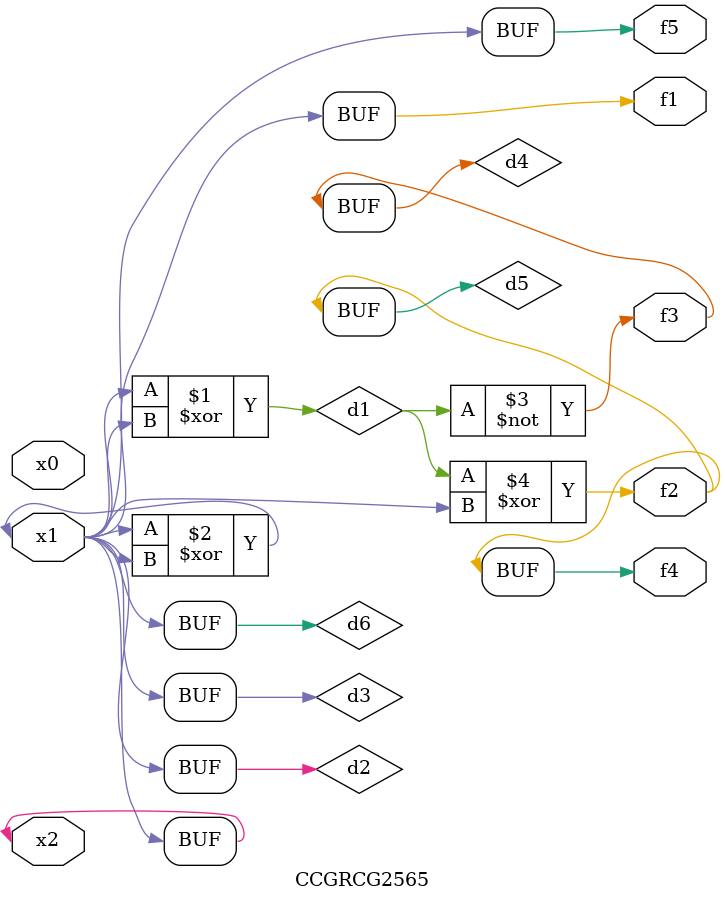
<source format=v>
module CCGRCG2565(
	input x0, x1, x2,
	output f1, f2, f3, f4, f5
);

	wire d1, d2, d3, d4, d5, d6;

	xor (d1, x1, x2);
	buf (d2, x1, x2);
	xor (d3, x1, x2);
	nor (d4, d1);
	xor (d5, d1, d2);
	buf (d6, d2, d3);
	assign f1 = d6;
	assign f2 = d5;
	assign f3 = d4;
	assign f4 = d5;
	assign f5 = d6;
endmodule

</source>
